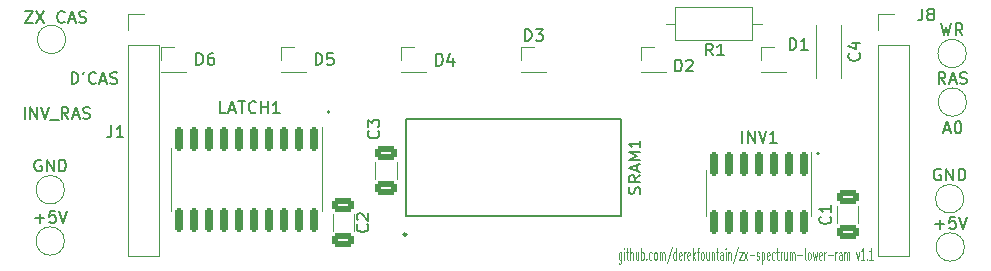
<source format=gto>
G04 #@! TF.GenerationSoftware,KiCad,Pcbnew,6.0.9-8da3e8f707~116~ubuntu20.04.1*
G04 #@! TF.CreationDate,2022-11-05T14:44:27+00:00*
G04 #@! TF.ProjectId,slrm,736c726d-2e6b-4696-9361-645f70636258,rev?*
G04 #@! TF.SameCoordinates,Original*
G04 #@! TF.FileFunction,Legend,Top*
G04 #@! TF.FilePolarity,Positive*
%FSLAX46Y46*%
G04 Gerber Fmt 4.6, Leading zero omitted, Abs format (unit mm)*
G04 Created by KiCad (PCBNEW 6.0.9-8da3e8f707~116~ubuntu20.04.1) date 2022-11-05 14:44:27*
%MOMM*%
%LPD*%
G01*
G04 APERTURE LIST*
G04 Aperture macros list*
%AMRoundRect*
0 Rectangle with rounded corners*
0 $1 Rounding radius*
0 $2 $3 $4 $5 $6 $7 $8 $9 X,Y pos of 4 corners*
0 Add a 4 corners polygon primitive as box body*
4,1,4,$2,$3,$4,$5,$6,$7,$8,$9,$2,$3,0*
0 Add four circle primitives for the rounded corners*
1,1,$1+$1,$2,$3*
1,1,$1+$1,$4,$5*
1,1,$1+$1,$6,$7*
1,1,$1+$1,$8,$9*
0 Add four rect primitives between the rounded corners*
20,1,$1+$1,$2,$3,$4,$5,0*
20,1,$1+$1,$4,$5,$6,$7,0*
20,1,$1+$1,$6,$7,$8,$9,0*
20,1,$1+$1,$8,$9,$2,$3,0*%
G04 Aperture macros list end*
%ADD10C,0.150000*%
%ADD11C,0.125000*%
%ADD12C,0.120000*%
%ADD13C,0.200000*%
%ADD14C,0.223606*%
%ADD15R,1.350000X1.350000*%
%ADD16C,2.000000*%
%ADD17C,1.600000*%
%ADD18O,0.600000X2.250000*%
%ADD19R,1.700000X1.700000*%
%ADD20O,1.700000X1.700000*%
%ADD21RoundRect,0.250000X0.650000X-0.325000X0.650000X0.325000X-0.650000X0.325000X-0.650000X-0.325000X0*%
%ADD22O,1.600000X1.600000*%
%ADD23RoundRect,0.150000X-0.150000X0.837500X-0.150000X-0.837500X0.150000X-0.837500X0.150000X0.837500X0*%
%ADD24RoundRect,0.150000X-0.150000X0.825000X-0.150000X-0.825000X0.150000X-0.825000X0.150000X0.825000X0*%
%ADD25RoundRect,0.250000X-0.650000X0.325000X-0.650000X-0.325000X0.650000X-0.325000X0.650000X0.325000X0*%
G04 APERTURE END LIST*
D10*
X135140000Y-93320000D02*
G75*
G03*
X135140000Y-93320000I-100000J0D01*
G01*
X176580000Y-96820000D02*
G75*
G03*
X176580000Y-96820000I-100000J0D01*
G01*
D11*
X159833990Y-105170314D02*
X159833990Y-105979838D01*
X159810180Y-106075076D01*
X159786371Y-106122695D01*
X159738752Y-106170314D01*
X159667323Y-106170314D01*
X159619704Y-106122695D01*
X159833990Y-105789361D02*
X159786371Y-105836980D01*
X159691133Y-105836980D01*
X159643514Y-105789361D01*
X159619704Y-105741742D01*
X159595895Y-105646504D01*
X159595895Y-105360790D01*
X159619704Y-105265552D01*
X159643514Y-105217933D01*
X159691133Y-105170314D01*
X159786371Y-105170314D01*
X159833990Y-105217933D01*
X160072085Y-105836980D02*
X160072085Y-105170314D01*
X160072085Y-104836980D02*
X160048276Y-104884600D01*
X160072085Y-104932219D01*
X160095895Y-104884600D01*
X160072085Y-104836980D01*
X160072085Y-104932219D01*
X160238752Y-105170314D02*
X160429228Y-105170314D01*
X160310180Y-104836980D02*
X160310180Y-105694123D01*
X160333990Y-105789361D01*
X160381609Y-105836980D01*
X160429228Y-105836980D01*
X160595895Y-105836980D02*
X160595895Y-104836980D01*
X160810180Y-105836980D02*
X160810180Y-105313171D01*
X160786371Y-105217933D01*
X160738752Y-105170314D01*
X160667323Y-105170314D01*
X160619704Y-105217933D01*
X160595895Y-105265552D01*
X161262561Y-105170314D02*
X161262561Y-105836980D01*
X161048276Y-105170314D02*
X161048276Y-105694123D01*
X161072085Y-105789361D01*
X161119704Y-105836980D01*
X161191133Y-105836980D01*
X161238752Y-105789361D01*
X161262561Y-105741742D01*
X161500657Y-105836980D02*
X161500657Y-104836980D01*
X161500657Y-105217933D02*
X161548276Y-105170314D01*
X161643514Y-105170314D01*
X161691133Y-105217933D01*
X161714942Y-105265552D01*
X161738752Y-105360790D01*
X161738752Y-105646504D01*
X161714942Y-105741742D01*
X161691133Y-105789361D01*
X161643514Y-105836980D01*
X161548276Y-105836980D01*
X161500657Y-105789361D01*
X161953038Y-105741742D02*
X161976847Y-105789361D01*
X161953038Y-105836980D01*
X161929228Y-105789361D01*
X161953038Y-105741742D01*
X161953038Y-105836980D01*
X162405419Y-105789361D02*
X162357800Y-105836980D01*
X162262561Y-105836980D01*
X162214942Y-105789361D01*
X162191133Y-105741742D01*
X162167323Y-105646504D01*
X162167323Y-105360790D01*
X162191133Y-105265552D01*
X162214942Y-105217933D01*
X162262561Y-105170314D01*
X162357800Y-105170314D01*
X162405419Y-105217933D01*
X162691133Y-105836980D02*
X162643514Y-105789361D01*
X162619704Y-105741742D01*
X162595895Y-105646504D01*
X162595895Y-105360790D01*
X162619704Y-105265552D01*
X162643514Y-105217933D01*
X162691133Y-105170314D01*
X162762561Y-105170314D01*
X162810180Y-105217933D01*
X162833990Y-105265552D01*
X162857800Y-105360790D01*
X162857800Y-105646504D01*
X162833990Y-105741742D01*
X162810180Y-105789361D01*
X162762561Y-105836980D01*
X162691133Y-105836980D01*
X163072085Y-105836980D02*
X163072085Y-105170314D01*
X163072085Y-105265552D02*
X163095895Y-105217933D01*
X163143514Y-105170314D01*
X163214942Y-105170314D01*
X163262561Y-105217933D01*
X163286371Y-105313171D01*
X163286371Y-105836980D01*
X163286371Y-105313171D02*
X163310180Y-105217933D01*
X163357800Y-105170314D01*
X163429228Y-105170314D01*
X163476847Y-105217933D01*
X163500657Y-105313171D01*
X163500657Y-105836980D01*
X164095895Y-104789361D02*
X163667323Y-106075076D01*
X164476847Y-105836980D02*
X164476847Y-104836980D01*
X164476847Y-105789361D02*
X164429228Y-105836980D01*
X164333990Y-105836980D01*
X164286371Y-105789361D01*
X164262561Y-105741742D01*
X164238752Y-105646504D01*
X164238752Y-105360790D01*
X164262561Y-105265552D01*
X164286371Y-105217933D01*
X164333990Y-105170314D01*
X164429228Y-105170314D01*
X164476847Y-105217933D01*
X164905419Y-105789361D02*
X164857800Y-105836980D01*
X164762561Y-105836980D01*
X164714942Y-105789361D01*
X164691133Y-105694123D01*
X164691133Y-105313171D01*
X164714942Y-105217933D01*
X164762561Y-105170314D01*
X164857800Y-105170314D01*
X164905419Y-105217933D01*
X164929228Y-105313171D01*
X164929228Y-105408409D01*
X164691133Y-105503647D01*
X165143514Y-105836980D02*
X165143514Y-105170314D01*
X165143514Y-105360790D02*
X165167323Y-105265552D01*
X165191133Y-105217933D01*
X165238752Y-105170314D01*
X165286371Y-105170314D01*
X165643514Y-105789361D02*
X165595895Y-105836980D01*
X165500657Y-105836980D01*
X165453038Y-105789361D01*
X165429228Y-105694123D01*
X165429228Y-105313171D01*
X165453038Y-105217933D01*
X165500657Y-105170314D01*
X165595895Y-105170314D01*
X165643514Y-105217933D01*
X165667323Y-105313171D01*
X165667323Y-105408409D01*
X165429228Y-105503647D01*
X165881609Y-105836980D02*
X165881609Y-104836980D01*
X165929228Y-105456028D02*
X166072085Y-105836980D01*
X166072085Y-105170314D02*
X165881609Y-105551266D01*
X166214942Y-105170314D02*
X166405419Y-105170314D01*
X166286371Y-105836980D02*
X166286371Y-104979838D01*
X166310180Y-104884600D01*
X166357800Y-104836980D01*
X166405419Y-104836980D01*
X166643514Y-105836980D02*
X166595895Y-105789361D01*
X166572085Y-105741742D01*
X166548276Y-105646504D01*
X166548276Y-105360790D01*
X166572085Y-105265552D01*
X166595895Y-105217933D01*
X166643514Y-105170314D01*
X166714942Y-105170314D01*
X166762561Y-105217933D01*
X166786371Y-105265552D01*
X166810180Y-105360790D01*
X166810180Y-105646504D01*
X166786371Y-105741742D01*
X166762561Y-105789361D01*
X166714942Y-105836980D01*
X166643514Y-105836980D01*
X167238752Y-105170314D02*
X167238752Y-105836980D01*
X167024466Y-105170314D02*
X167024466Y-105694123D01*
X167048276Y-105789361D01*
X167095895Y-105836980D01*
X167167323Y-105836980D01*
X167214942Y-105789361D01*
X167238752Y-105741742D01*
X167476847Y-105170314D02*
X167476847Y-105836980D01*
X167476847Y-105265552D02*
X167500657Y-105217933D01*
X167548276Y-105170314D01*
X167619704Y-105170314D01*
X167667323Y-105217933D01*
X167691133Y-105313171D01*
X167691133Y-105836980D01*
X167857800Y-105170314D02*
X168048276Y-105170314D01*
X167929228Y-104836980D02*
X167929228Y-105694123D01*
X167953038Y-105789361D01*
X168000657Y-105836980D01*
X168048276Y-105836980D01*
X168429228Y-105836980D02*
X168429228Y-105313171D01*
X168405419Y-105217933D01*
X168357800Y-105170314D01*
X168262561Y-105170314D01*
X168214942Y-105217933D01*
X168429228Y-105789361D02*
X168381609Y-105836980D01*
X168262561Y-105836980D01*
X168214942Y-105789361D01*
X168191133Y-105694123D01*
X168191133Y-105598885D01*
X168214942Y-105503647D01*
X168262561Y-105456028D01*
X168381609Y-105456028D01*
X168429228Y-105408409D01*
X168667323Y-105836980D02*
X168667323Y-105170314D01*
X168667323Y-104836980D02*
X168643514Y-104884600D01*
X168667323Y-104932219D01*
X168691133Y-104884600D01*
X168667323Y-104836980D01*
X168667323Y-104932219D01*
X168905419Y-105170314D02*
X168905419Y-105836980D01*
X168905419Y-105265552D02*
X168929228Y-105217933D01*
X168976847Y-105170314D01*
X169048276Y-105170314D01*
X169095895Y-105217933D01*
X169119704Y-105313171D01*
X169119704Y-105836980D01*
X169714942Y-104789361D02*
X169286371Y-106075076D01*
X169833990Y-105170314D02*
X170095895Y-105170314D01*
X169833990Y-105836980D01*
X170095895Y-105836980D01*
X170238752Y-105836980D02*
X170500657Y-105170314D01*
X170238752Y-105170314D02*
X170500657Y-105836980D01*
X170691133Y-105456028D02*
X171072085Y-105456028D01*
X171286371Y-105789361D02*
X171333990Y-105836980D01*
X171429228Y-105836980D01*
X171476847Y-105789361D01*
X171500657Y-105694123D01*
X171500657Y-105646504D01*
X171476847Y-105551266D01*
X171429228Y-105503647D01*
X171357800Y-105503647D01*
X171310180Y-105456028D01*
X171286371Y-105360790D01*
X171286371Y-105313171D01*
X171310180Y-105217933D01*
X171357800Y-105170314D01*
X171429228Y-105170314D01*
X171476847Y-105217933D01*
X171714942Y-105170314D02*
X171714942Y-106170314D01*
X171714942Y-105217933D02*
X171762561Y-105170314D01*
X171857800Y-105170314D01*
X171905419Y-105217933D01*
X171929228Y-105265552D01*
X171953038Y-105360790D01*
X171953038Y-105646504D01*
X171929228Y-105741742D01*
X171905419Y-105789361D01*
X171857800Y-105836980D01*
X171762561Y-105836980D01*
X171714942Y-105789361D01*
X172357800Y-105789361D02*
X172310180Y-105836980D01*
X172214942Y-105836980D01*
X172167323Y-105789361D01*
X172143514Y-105694123D01*
X172143514Y-105313171D01*
X172167323Y-105217933D01*
X172214942Y-105170314D01*
X172310180Y-105170314D01*
X172357800Y-105217933D01*
X172381609Y-105313171D01*
X172381609Y-105408409D01*
X172143514Y-105503647D01*
X172810180Y-105789361D02*
X172762561Y-105836980D01*
X172667323Y-105836980D01*
X172619704Y-105789361D01*
X172595895Y-105741742D01*
X172572085Y-105646504D01*
X172572085Y-105360790D01*
X172595895Y-105265552D01*
X172619704Y-105217933D01*
X172667323Y-105170314D01*
X172762561Y-105170314D01*
X172810180Y-105217933D01*
X172953038Y-105170314D02*
X173143514Y-105170314D01*
X173024466Y-104836980D02*
X173024466Y-105694123D01*
X173048276Y-105789361D01*
X173095895Y-105836980D01*
X173143514Y-105836980D01*
X173310180Y-105836980D02*
X173310180Y-105170314D01*
X173310180Y-105360790D02*
X173333990Y-105265552D01*
X173357800Y-105217933D01*
X173405419Y-105170314D01*
X173453038Y-105170314D01*
X173833990Y-105170314D02*
X173833990Y-105836980D01*
X173619704Y-105170314D02*
X173619704Y-105694123D01*
X173643514Y-105789361D01*
X173691133Y-105836980D01*
X173762561Y-105836980D01*
X173810180Y-105789361D01*
X173833990Y-105741742D01*
X174072085Y-105836980D02*
X174072085Y-105170314D01*
X174072085Y-105265552D02*
X174095895Y-105217933D01*
X174143514Y-105170314D01*
X174214942Y-105170314D01*
X174262561Y-105217933D01*
X174286371Y-105313171D01*
X174286371Y-105836980D01*
X174286371Y-105313171D02*
X174310180Y-105217933D01*
X174357800Y-105170314D01*
X174429228Y-105170314D01*
X174476847Y-105217933D01*
X174500657Y-105313171D01*
X174500657Y-105836980D01*
X174738752Y-105456028D02*
X175119704Y-105456028D01*
X175429228Y-105836980D02*
X175381609Y-105789361D01*
X175357800Y-105694123D01*
X175357800Y-104836980D01*
X175691133Y-105836980D02*
X175643514Y-105789361D01*
X175619704Y-105741742D01*
X175595895Y-105646504D01*
X175595895Y-105360790D01*
X175619704Y-105265552D01*
X175643514Y-105217933D01*
X175691133Y-105170314D01*
X175762561Y-105170314D01*
X175810180Y-105217933D01*
X175833990Y-105265552D01*
X175857800Y-105360790D01*
X175857800Y-105646504D01*
X175833990Y-105741742D01*
X175810180Y-105789361D01*
X175762561Y-105836980D01*
X175691133Y-105836980D01*
X176024466Y-105170314D02*
X176119704Y-105836980D01*
X176214942Y-105360790D01*
X176310180Y-105836980D01*
X176405419Y-105170314D01*
X176786371Y-105789361D02*
X176738752Y-105836980D01*
X176643514Y-105836980D01*
X176595895Y-105789361D01*
X176572085Y-105694123D01*
X176572085Y-105313171D01*
X176595895Y-105217933D01*
X176643514Y-105170314D01*
X176738752Y-105170314D01*
X176786371Y-105217933D01*
X176810180Y-105313171D01*
X176810180Y-105408409D01*
X176572085Y-105503647D01*
X177024466Y-105836980D02*
X177024466Y-105170314D01*
X177024466Y-105360790D02*
X177048276Y-105265552D01*
X177072085Y-105217933D01*
X177119704Y-105170314D01*
X177167323Y-105170314D01*
X177333990Y-105456028D02*
X177714942Y-105456028D01*
X177953038Y-105836980D02*
X177953038Y-105170314D01*
X177953038Y-105360790D02*
X177976847Y-105265552D01*
X178000657Y-105217933D01*
X178048276Y-105170314D01*
X178095895Y-105170314D01*
X178476847Y-105836980D02*
X178476847Y-105313171D01*
X178453038Y-105217933D01*
X178405419Y-105170314D01*
X178310180Y-105170314D01*
X178262561Y-105217933D01*
X178476847Y-105789361D02*
X178429228Y-105836980D01*
X178310180Y-105836980D01*
X178262561Y-105789361D01*
X178238752Y-105694123D01*
X178238752Y-105598885D01*
X178262561Y-105503647D01*
X178310180Y-105456028D01*
X178429228Y-105456028D01*
X178476847Y-105408409D01*
X178714942Y-105836980D02*
X178714942Y-105170314D01*
X178714942Y-105265552D02*
X178738752Y-105217933D01*
X178786371Y-105170314D01*
X178857800Y-105170314D01*
X178905419Y-105217933D01*
X178929228Y-105313171D01*
X178929228Y-105836980D01*
X178929228Y-105313171D02*
X178953038Y-105217933D01*
X179000657Y-105170314D01*
X179072085Y-105170314D01*
X179119704Y-105217933D01*
X179143514Y-105313171D01*
X179143514Y-105836980D01*
X179714942Y-105170314D02*
X179833990Y-105836980D01*
X179953038Y-105170314D01*
X180405419Y-105836980D02*
X180119704Y-105836980D01*
X180262561Y-105836980D02*
X180262561Y-104836980D01*
X180214942Y-104979838D01*
X180167323Y-105075076D01*
X180119704Y-105122695D01*
X180619704Y-105741742D02*
X180643514Y-105789361D01*
X180619704Y-105836980D01*
X180595895Y-105789361D01*
X180619704Y-105741742D01*
X180619704Y-105836980D01*
X181119704Y-105836980D02*
X180833990Y-105836980D01*
X180976847Y-105836980D02*
X180976847Y-104836980D01*
X180929228Y-104979838D01*
X180881609Y-105075076D01*
X180833990Y-105122695D01*
D10*
X109301304Y-93898980D02*
X109301304Y-92898980D01*
X109777495Y-93898980D02*
X109777495Y-92898980D01*
X110348923Y-93898980D01*
X110348923Y-92898980D01*
X110682257Y-92898980D02*
X111015590Y-93898980D01*
X111348923Y-92898980D01*
X111444161Y-93994219D02*
X112206066Y-93994219D01*
X113015590Y-93898980D02*
X112682257Y-93422790D01*
X112444161Y-93898980D02*
X112444161Y-92898980D01*
X112825114Y-92898980D01*
X112920352Y-92946600D01*
X112967971Y-92994219D01*
X113015590Y-93089457D01*
X113015590Y-93232314D01*
X112967971Y-93327552D01*
X112920352Y-93375171D01*
X112825114Y-93422790D01*
X112444161Y-93422790D01*
X113396542Y-93613266D02*
X113872733Y-93613266D01*
X113301304Y-93898980D02*
X113634638Y-92898980D01*
X113967971Y-93898980D01*
X114253685Y-93851361D02*
X114396542Y-93898980D01*
X114634638Y-93898980D01*
X114729876Y-93851361D01*
X114777495Y-93803742D01*
X114825114Y-93708504D01*
X114825114Y-93613266D01*
X114777495Y-93518028D01*
X114729876Y-93470409D01*
X114634638Y-93422790D01*
X114444161Y-93375171D01*
X114348923Y-93327552D01*
X114301304Y-93279933D01*
X114253685Y-93184695D01*
X114253685Y-93089457D01*
X114301304Y-92994219D01*
X114348923Y-92946600D01*
X114444161Y-92898980D01*
X114682257Y-92898980D01*
X114825114Y-92946600D01*
X113295238Y-90942380D02*
X113295238Y-89942380D01*
X113533333Y-89942380D01*
X113676190Y-89990000D01*
X113771428Y-90085238D01*
X113819047Y-90180476D01*
X113866666Y-90370952D01*
X113866666Y-90513809D01*
X113819047Y-90704285D01*
X113771428Y-90799523D01*
X113676190Y-90894761D01*
X113533333Y-90942380D01*
X113295238Y-90942380D01*
X114342857Y-89942380D02*
X114247619Y-90132857D01*
X115342857Y-90847142D02*
X115295238Y-90894761D01*
X115152380Y-90942380D01*
X115057142Y-90942380D01*
X114914285Y-90894761D01*
X114819047Y-90799523D01*
X114771428Y-90704285D01*
X114723809Y-90513809D01*
X114723809Y-90370952D01*
X114771428Y-90180476D01*
X114819047Y-90085238D01*
X114914285Y-89990000D01*
X115057142Y-89942380D01*
X115152380Y-89942380D01*
X115295238Y-89990000D01*
X115342857Y-90037619D01*
X115723809Y-90656666D02*
X116200000Y-90656666D01*
X115628571Y-90942380D02*
X115961904Y-89942380D01*
X116295238Y-90942380D01*
X116580952Y-90894761D02*
X116723809Y-90942380D01*
X116961904Y-90942380D01*
X117057142Y-90894761D01*
X117104761Y-90847142D01*
X117152380Y-90751904D01*
X117152380Y-90656666D01*
X117104761Y-90561428D01*
X117057142Y-90513809D01*
X116961904Y-90466190D01*
X116771428Y-90418571D01*
X116676190Y-90370952D01*
X116628571Y-90323333D01*
X116580952Y-90228095D01*
X116580952Y-90132857D01*
X116628571Y-90037619D01*
X116676190Y-89990000D01*
X116771428Y-89942380D01*
X117009523Y-89942380D01*
X117152380Y-89990000D01*
X187194914Y-94832466D02*
X187671104Y-94832466D01*
X187099676Y-95118180D02*
X187433009Y-94118180D01*
X187766342Y-95118180D01*
X188290152Y-94118180D02*
X188385390Y-94118180D01*
X188480628Y-94165800D01*
X188528247Y-94213419D01*
X188575866Y-94308657D01*
X188623485Y-94499133D01*
X188623485Y-94737228D01*
X188575866Y-94927704D01*
X188528247Y-95022942D01*
X188480628Y-95070561D01*
X188385390Y-95118180D01*
X188290152Y-95118180D01*
X188194914Y-95070561D01*
X188147295Y-95022942D01*
X188099676Y-94927704D01*
X188052057Y-94737228D01*
X188052057Y-94499133D01*
X188099676Y-94308657D01*
X188147295Y-94213419D01*
X188194914Y-94165800D01*
X188290152Y-94118180D01*
X123861904Y-89322380D02*
X123861904Y-88322380D01*
X124100000Y-88322380D01*
X124242857Y-88370000D01*
X124338095Y-88465238D01*
X124385714Y-88560476D01*
X124433333Y-88750952D01*
X124433333Y-88893809D01*
X124385714Y-89084285D01*
X124338095Y-89179523D01*
X124242857Y-89274761D01*
X124100000Y-89322380D01*
X123861904Y-89322380D01*
X125290476Y-88322380D02*
X125100000Y-88322380D01*
X125004761Y-88370000D01*
X124957142Y-88417619D01*
X124861904Y-88560476D01*
X124814285Y-88750952D01*
X124814285Y-89131904D01*
X124861904Y-89227142D01*
X124909523Y-89274761D01*
X125004761Y-89322380D01*
X125195238Y-89322380D01*
X125290476Y-89274761D01*
X125338095Y-89227142D01*
X125385714Y-89131904D01*
X125385714Y-88893809D01*
X125338095Y-88798571D01*
X125290476Y-88750952D01*
X125195238Y-88703333D01*
X125004761Y-88703333D01*
X124909523Y-88750952D01*
X124861904Y-88798571D01*
X124814285Y-88893809D01*
X164381904Y-89872380D02*
X164381904Y-88872380D01*
X164620000Y-88872380D01*
X164762857Y-88920000D01*
X164858095Y-89015238D01*
X164905714Y-89110476D01*
X164953333Y-89300952D01*
X164953333Y-89443809D01*
X164905714Y-89634285D01*
X164858095Y-89729523D01*
X164762857Y-89824761D01*
X164620000Y-89872380D01*
X164381904Y-89872380D01*
X165334285Y-88967619D02*
X165381904Y-88920000D01*
X165477142Y-88872380D01*
X165715238Y-88872380D01*
X165810476Y-88920000D01*
X165858095Y-88967619D01*
X165905714Y-89062857D01*
X165905714Y-89158095D01*
X165858095Y-89300952D01*
X165286666Y-89872380D01*
X165905714Y-89872380D01*
X186867895Y-98162200D02*
X186772657Y-98114580D01*
X186629800Y-98114580D01*
X186486942Y-98162200D01*
X186391704Y-98257438D01*
X186344085Y-98352676D01*
X186296466Y-98543152D01*
X186296466Y-98686009D01*
X186344085Y-98876485D01*
X186391704Y-98971723D01*
X186486942Y-99066961D01*
X186629800Y-99114580D01*
X186725038Y-99114580D01*
X186867895Y-99066961D01*
X186915514Y-99019342D01*
X186915514Y-98686009D01*
X186725038Y-98686009D01*
X187344085Y-99114580D02*
X187344085Y-98114580D01*
X187915514Y-99114580D01*
X187915514Y-98114580D01*
X188391704Y-99114580D02*
X188391704Y-98114580D01*
X188629800Y-98114580D01*
X188772657Y-98162200D01*
X188867895Y-98257438D01*
X188915514Y-98352676D01*
X188963133Y-98543152D01*
X188963133Y-98686009D01*
X188915514Y-98876485D01*
X188867895Y-98971723D01*
X188772657Y-99066961D01*
X188629800Y-99114580D01*
X188391704Y-99114580D01*
X110194885Y-102315028D02*
X110956790Y-102315028D01*
X110575838Y-102695980D02*
X110575838Y-101934076D01*
X111909171Y-101695980D02*
X111432980Y-101695980D01*
X111385361Y-102172171D01*
X111432980Y-102124552D01*
X111528219Y-102076933D01*
X111766314Y-102076933D01*
X111861552Y-102124552D01*
X111909171Y-102172171D01*
X111956790Y-102267409D01*
X111956790Y-102505504D01*
X111909171Y-102600742D01*
X111861552Y-102648361D01*
X111766314Y-102695980D01*
X111528219Y-102695980D01*
X111432980Y-102648361D01*
X111385361Y-102600742D01*
X112242504Y-101695980D02*
X112575838Y-102695980D01*
X112909171Y-101695980D01*
X179957142Y-88356666D02*
X180004761Y-88404285D01*
X180052380Y-88547142D01*
X180052380Y-88642380D01*
X180004761Y-88785238D01*
X179909523Y-88880476D01*
X179814285Y-88928095D01*
X179623809Y-88975714D01*
X179480952Y-88975714D01*
X179290476Y-88928095D01*
X179195238Y-88880476D01*
X179100000Y-88785238D01*
X179052380Y-88642380D01*
X179052380Y-88547142D01*
X179100000Y-88404285D01*
X179147619Y-88356666D01*
X179385714Y-87499523D02*
X180052380Y-87499523D01*
X179004761Y-87737619D02*
X179719047Y-87975714D01*
X179719047Y-87356666D01*
X144151904Y-89382380D02*
X144151904Y-88382380D01*
X144390000Y-88382380D01*
X144532857Y-88430000D01*
X144628095Y-88525238D01*
X144675714Y-88620476D01*
X144723333Y-88810952D01*
X144723333Y-88953809D01*
X144675714Y-89144285D01*
X144628095Y-89239523D01*
X144532857Y-89334761D01*
X144390000Y-89382380D01*
X144151904Y-89382380D01*
X145580476Y-88715714D02*
X145580476Y-89382380D01*
X145342380Y-88334761D02*
X145104285Y-89049047D01*
X145723333Y-89049047D01*
X110718695Y-97400200D02*
X110623457Y-97352580D01*
X110480600Y-97352580D01*
X110337742Y-97400200D01*
X110242504Y-97495438D01*
X110194885Y-97590676D01*
X110147266Y-97781152D01*
X110147266Y-97924009D01*
X110194885Y-98114485D01*
X110242504Y-98209723D01*
X110337742Y-98304961D01*
X110480600Y-98352580D01*
X110575838Y-98352580D01*
X110718695Y-98304961D01*
X110766314Y-98257342D01*
X110766314Y-97924009D01*
X110575838Y-97924009D01*
X111194885Y-98352580D02*
X111194885Y-97352580D01*
X111766314Y-98352580D01*
X111766314Y-97352580D01*
X112242504Y-98352580D02*
X112242504Y-97352580D01*
X112480600Y-97352580D01*
X112623457Y-97400200D01*
X112718695Y-97495438D01*
X112766314Y-97590676D01*
X112813933Y-97781152D01*
X112813933Y-97924009D01*
X112766314Y-98114485D01*
X112718695Y-98209723D01*
X112623457Y-98304961D01*
X112480600Y-98352580D01*
X112242504Y-98352580D01*
X161405316Y-100265003D02*
X161453000Y-100121950D01*
X161453000Y-99883529D01*
X161405316Y-99788160D01*
X161357632Y-99740476D01*
X161262263Y-99692792D01*
X161166895Y-99692792D01*
X161071526Y-99740476D01*
X161023842Y-99788160D01*
X160976157Y-99883529D01*
X160928473Y-100074266D01*
X160880789Y-100169635D01*
X160833105Y-100217319D01*
X160737736Y-100265003D01*
X160642367Y-100265003D01*
X160546999Y-100217319D01*
X160499315Y-100169635D01*
X160451630Y-100074266D01*
X160451630Y-99835845D01*
X160499315Y-99692792D01*
X161453000Y-98691422D02*
X160976157Y-99025212D01*
X161453000Y-99263633D02*
X160451630Y-99263633D01*
X160451630Y-98882159D01*
X160499315Y-98786790D01*
X160546999Y-98739106D01*
X160642367Y-98691422D01*
X160785420Y-98691422D01*
X160880789Y-98739106D01*
X160928473Y-98786790D01*
X160976157Y-98882159D01*
X160976157Y-99263633D01*
X161166895Y-98309947D02*
X161166895Y-97833105D01*
X161453000Y-98405316D02*
X160451630Y-98071526D01*
X161453000Y-97737736D01*
X161453000Y-97403946D02*
X160451630Y-97403946D01*
X161166895Y-97070156D01*
X160451630Y-96736366D01*
X161453000Y-96736366D01*
X161453000Y-95734996D02*
X161453000Y-96307207D01*
X161453000Y-96021102D02*
X160451630Y-96021102D01*
X160594683Y-96116470D01*
X160690052Y-96211839D01*
X160737736Y-96307207D01*
X109354761Y-84762380D02*
X110021428Y-84762380D01*
X109354761Y-85762380D01*
X110021428Y-85762380D01*
X110307142Y-84762380D02*
X110973809Y-85762380D01*
X110973809Y-84762380D02*
X110307142Y-85762380D01*
X112688095Y-85667142D02*
X112640476Y-85714761D01*
X112497619Y-85762380D01*
X112402380Y-85762380D01*
X112259523Y-85714761D01*
X112164285Y-85619523D01*
X112116666Y-85524285D01*
X112069047Y-85333809D01*
X112069047Y-85190952D01*
X112116666Y-85000476D01*
X112164285Y-84905238D01*
X112259523Y-84810000D01*
X112402380Y-84762380D01*
X112497619Y-84762380D01*
X112640476Y-84810000D01*
X112688095Y-84857619D01*
X113069047Y-85476666D02*
X113545238Y-85476666D01*
X112973809Y-85762380D02*
X113307142Y-84762380D01*
X113640476Y-85762380D01*
X113926190Y-85714761D02*
X114069047Y-85762380D01*
X114307142Y-85762380D01*
X114402380Y-85714761D01*
X114450000Y-85667142D01*
X114497619Y-85571904D01*
X114497619Y-85476666D01*
X114450000Y-85381428D01*
X114402380Y-85333809D01*
X114307142Y-85286190D01*
X114116666Y-85238571D01*
X114021428Y-85190952D01*
X113973809Y-85143333D01*
X113926190Y-85048095D01*
X113926190Y-84952857D01*
X113973809Y-84857619D01*
X114021428Y-84810000D01*
X114116666Y-84762380D01*
X114354761Y-84762380D01*
X114497619Y-84810000D01*
X116666666Y-94452380D02*
X116666666Y-95166666D01*
X116619047Y-95309523D01*
X116523809Y-95404761D01*
X116380952Y-95452380D01*
X116285714Y-95452380D01*
X117666666Y-95452380D02*
X117095238Y-95452380D01*
X117380952Y-95452380D02*
X117380952Y-94452380D01*
X117285714Y-94595238D01*
X117190476Y-94690476D01*
X117095238Y-94738095D01*
X177507142Y-102166666D02*
X177554761Y-102214285D01*
X177602380Y-102357142D01*
X177602380Y-102452380D01*
X177554761Y-102595238D01*
X177459523Y-102690476D01*
X177364285Y-102738095D01*
X177173809Y-102785714D01*
X177030952Y-102785714D01*
X176840476Y-102738095D01*
X176745238Y-102690476D01*
X176650000Y-102595238D01*
X176602380Y-102452380D01*
X176602380Y-102357142D01*
X176650000Y-102214285D01*
X176697619Y-102166666D01*
X177602380Y-101214285D02*
X177602380Y-101785714D01*
X177602380Y-101500000D02*
X176602380Y-101500000D01*
X176745238Y-101595238D01*
X176840476Y-101690476D01*
X176888095Y-101785714D01*
X167573333Y-88522380D02*
X167240000Y-88046190D01*
X167001904Y-88522380D02*
X167001904Y-87522380D01*
X167382857Y-87522380D01*
X167478095Y-87570000D01*
X167525714Y-87617619D01*
X167573333Y-87712857D01*
X167573333Y-87855714D01*
X167525714Y-87950952D01*
X167478095Y-87998571D01*
X167382857Y-88046190D01*
X167001904Y-88046190D01*
X168525714Y-88522380D02*
X167954285Y-88522380D01*
X168240000Y-88522380D02*
X168240000Y-87522380D01*
X168144761Y-87665238D01*
X168049523Y-87760476D01*
X167954285Y-87808095D01*
X138316968Y-102841666D02*
X138364587Y-102889285D01*
X138412206Y-103032142D01*
X138412206Y-103127380D01*
X138364587Y-103270238D01*
X138269349Y-103365476D01*
X138174111Y-103413095D01*
X137983635Y-103460714D01*
X137840778Y-103460714D01*
X137650302Y-103413095D01*
X137555064Y-103365476D01*
X137459826Y-103270238D01*
X137412206Y-103127380D01*
X137412206Y-103032142D01*
X137459826Y-102889285D01*
X137507445Y-102841666D01*
X137507445Y-102460714D02*
X137459826Y-102413095D01*
X137412206Y-102317857D01*
X137412206Y-102079761D01*
X137459826Y-101984523D01*
X137507445Y-101936904D01*
X137602683Y-101889285D01*
X137697921Y-101889285D01*
X137840778Y-101936904D01*
X138412206Y-102508333D01*
X138412206Y-101889285D01*
X185315266Y-84567780D02*
X185315266Y-85282066D01*
X185267647Y-85424923D01*
X185172409Y-85520161D01*
X185029552Y-85567780D01*
X184934314Y-85567780D01*
X185934314Y-84996352D02*
X185839076Y-84948733D01*
X185791457Y-84901114D01*
X185743838Y-84805876D01*
X185743838Y-84758257D01*
X185791457Y-84663019D01*
X185839076Y-84615400D01*
X185934314Y-84567780D01*
X186124790Y-84567780D01*
X186220028Y-84615400D01*
X186267647Y-84663019D01*
X186315266Y-84758257D01*
X186315266Y-84805876D01*
X186267647Y-84901114D01*
X186220028Y-84948733D01*
X186124790Y-84996352D01*
X185934314Y-84996352D01*
X185839076Y-85043971D01*
X185791457Y-85091590D01*
X185743838Y-85186828D01*
X185743838Y-85377304D01*
X185791457Y-85472542D01*
X185839076Y-85520161D01*
X185934314Y-85567780D01*
X186124790Y-85567780D01*
X186220028Y-85520161D01*
X186267647Y-85472542D01*
X186315266Y-85377304D01*
X186315266Y-85186828D01*
X186267647Y-85091590D01*
X186220028Y-85043971D01*
X186124790Y-84996352D01*
X133941904Y-89342380D02*
X133941904Y-88342380D01*
X134180000Y-88342380D01*
X134322857Y-88390000D01*
X134418095Y-88485238D01*
X134465714Y-88580476D01*
X134513333Y-88770952D01*
X134513333Y-88913809D01*
X134465714Y-89104285D01*
X134418095Y-89199523D01*
X134322857Y-89294761D01*
X134180000Y-89342380D01*
X133941904Y-89342380D01*
X135418095Y-88342380D02*
X134941904Y-88342380D01*
X134894285Y-88818571D01*
X134941904Y-88770952D01*
X135037142Y-88723333D01*
X135275238Y-88723333D01*
X135370476Y-88770952D01*
X135418095Y-88818571D01*
X135465714Y-88913809D01*
X135465714Y-89151904D01*
X135418095Y-89247142D01*
X135370476Y-89294761D01*
X135275238Y-89342380D01*
X135037142Y-89342380D01*
X134941904Y-89294761D01*
X134894285Y-89247142D01*
X174091904Y-88062380D02*
X174091904Y-87062380D01*
X174330000Y-87062380D01*
X174472857Y-87110000D01*
X174568095Y-87205238D01*
X174615714Y-87300476D01*
X174663333Y-87490952D01*
X174663333Y-87633809D01*
X174615714Y-87824285D01*
X174568095Y-87919523D01*
X174472857Y-88014761D01*
X174330000Y-88062380D01*
X174091904Y-88062380D01*
X175615714Y-88062380D02*
X175044285Y-88062380D01*
X175330000Y-88062380D02*
X175330000Y-87062380D01*
X175234761Y-87205238D01*
X175139523Y-87300476D01*
X175044285Y-87348095D01*
X186394885Y-102823028D02*
X187156790Y-102823028D01*
X186775838Y-103203980D02*
X186775838Y-102442076D01*
X188109171Y-102203980D02*
X187632980Y-102203980D01*
X187585361Y-102680171D01*
X187632980Y-102632552D01*
X187728219Y-102584933D01*
X187966314Y-102584933D01*
X188061552Y-102632552D01*
X188109171Y-102680171D01*
X188156790Y-102775409D01*
X188156790Y-103013504D01*
X188109171Y-103108742D01*
X188061552Y-103156361D01*
X187966314Y-103203980D01*
X187728219Y-103203980D01*
X187632980Y-103156361D01*
X187585361Y-103108742D01*
X188442504Y-102203980D02*
X188775838Y-103203980D01*
X189109171Y-102203980D01*
X126371600Y-93416380D02*
X125895409Y-93416380D01*
X125895409Y-92416380D01*
X126657314Y-93130666D02*
X127133504Y-93130666D01*
X126562076Y-93416380D02*
X126895409Y-92416380D01*
X127228742Y-93416380D01*
X127419219Y-92416380D02*
X127990647Y-92416380D01*
X127704933Y-93416380D02*
X127704933Y-92416380D01*
X128895409Y-93321142D02*
X128847790Y-93368761D01*
X128704933Y-93416380D01*
X128609695Y-93416380D01*
X128466838Y-93368761D01*
X128371600Y-93273523D01*
X128323980Y-93178285D01*
X128276361Y-92987809D01*
X128276361Y-92844952D01*
X128323980Y-92654476D01*
X128371600Y-92559238D01*
X128466838Y-92464000D01*
X128609695Y-92416380D01*
X128704933Y-92416380D01*
X128847790Y-92464000D01*
X128895409Y-92511619D01*
X129323980Y-93416380D02*
X129323980Y-92416380D01*
X129323980Y-92892571D02*
X129895409Y-92892571D01*
X129895409Y-93416380D02*
X129895409Y-92416380D01*
X130895409Y-93416380D02*
X130323980Y-93416380D01*
X130609695Y-93416380D02*
X130609695Y-92416380D01*
X130514457Y-92559238D01*
X130419219Y-92654476D01*
X130323980Y-92702095D01*
X170072228Y-95930980D02*
X170072228Y-94930980D01*
X170548419Y-95930980D02*
X170548419Y-94930980D01*
X171119847Y-95930980D01*
X171119847Y-94930980D01*
X171453180Y-94930980D02*
X171786514Y-95930980D01*
X172119847Y-94930980D01*
X172976990Y-95930980D02*
X172405561Y-95930980D01*
X172691276Y-95930980D02*
X172691276Y-94930980D01*
X172596038Y-95073838D01*
X172500800Y-95169076D01*
X172405561Y-95216695D01*
X187263161Y-90935780D02*
X186929828Y-90459590D01*
X186691733Y-90935780D02*
X186691733Y-89935780D01*
X187072685Y-89935780D01*
X187167923Y-89983400D01*
X187215542Y-90031019D01*
X187263161Y-90126257D01*
X187263161Y-90269114D01*
X187215542Y-90364352D01*
X187167923Y-90411971D01*
X187072685Y-90459590D01*
X186691733Y-90459590D01*
X187644114Y-90650066D02*
X188120304Y-90650066D01*
X187548876Y-90935780D02*
X187882209Y-89935780D01*
X188215542Y-90935780D01*
X188501257Y-90888161D02*
X188644114Y-90935780D01*
X188882209Y-90935780D01*
X188977447Y-90888161D01*
X189025066Y-90840542D01*
X189072685Y-90745304D01*
X189072685Y-90650066D01*
X189025066Y-90554828D01*
X188977447Y-90507209D01*
X188882209Y-90459590D01*
X188691733Y-90411971D01*
X188596495Y-90364352D01*
X188548876Y-90316733D01*
X188501257Y-90221495D01*
X188501257Y-90126257D01*
X188548876Y-90031019D01*
X188596495Y-89983400D01*
X188691733Y-89935780D01*
X188929828Y-89935780D01*
X189072685Y-89983400D01*
X151661904Y-87292380D02*
X151661904Y-86292380D01*
X151900000Y-86292380D01*
X152042857Y-86340000D01*
X152138095Y-86435238D01*
X152185714Y-86530476D01*
X152233333Y-86720952D01*
X152233333Y-86863809D01*
X152185714Y-87054285D01*
X152138095Y-87149523D01*
X152042857Y-87244761D01*
X151900000Y-87292380D01*
X151661904Y-87292380D01*
X152566666Y-86292380D02*
X153185714Y-86292380D01*
X152852380Y-86673333D01*
X152995238Y-86673333D01*
X153090476Y-86720952D01*
X153138095Y-86768571D01*
X153185714Y-86863809D01*
X153185714Y-87101904D01*
X153138095Y-87197142D01*
X153090476Y-87244761D01*
X152995238Y-87292380D01*
X152709523Y-87292380D01*
X152614285Y-87244761D01*
X152566666Y-87197142D01*
X139257142Y-94906249D02*
X139304761Y-94953868D01*
X139352380Y-95096725D01*
X139352380Y-95191963D01*
X139304761Y-95334821D01*
X139209523Y-95430059D01*
X139114285Y-95477678D01*
X138923809Y-95525297D01*
X138780952Y-95525297D01*
X138590476Y-95477678D01*
X138495238Y-95430059D01*
X138400000Y-95334821D01*
X138352380Y-95191963D01*
X138352380Y-95096725D01*
X138400000Y-94953868D01*
X138447619Y-94906249D01*
X138352380Y-94572916D02*
X138352380Y-93953868D01*
X138733333Y-94287202D01*
X138733333Y-94144344D01*
X138780952Y-94049106D01*
X138828571Y-94001487D01*
X138923809Y-93953868D01*
X139161904Y-93953868D01*
X139257142Y-94001487D01*
X139304761Y-94049106D01*
X139352380Y-94144344D01*
X139352380Y-94430059D01*
X139304761Y-94525297D01*
X139257142Y-94572916D01*
X186904428Y-85820980D02*
X187142523Y-86820980D01*
X187333000Y-86106695D01*
X187523476Y-86820980D01*
X187761571Y-85820980D01*
X188713952Y-86820980D02*
X188380619Y-86344790D01*
X188142523Y-86820980D02*
X188142523Y-85820980D01*
X188523476Y-85820980D01*
X188618714Y-85868600D01*
X188666333Y-85916219D01*
X188713952Y-86011457D01*
X188713952Y-86154314D01*
X188666333Y-86249552D01*
X188618714Y-86297171D01*
X188523476Y-86344790D01*
X188142523Y-86344790D01*
D12*
X120860000Y-88900000D02*
X120860000Y-87840000D01*
X122980000Y-89900000D02*
X122980000Y-89960000D01*
X120860000Y-89900000D02*
X120860000Y-89960000D01*
X120860000Y-87840000D02*
X121920000Y-87840000D01*
X120860000Y-89960000D02*
X122980000Y-89960000D01*
X120860000Y-89900000D02*
X122980000Y-89900000D01*
X161500000Y-89900000D02*
X163620000Y-89900000D01*
X161500000Y-89960000D02*
X163620000Y-89960000D01*
X161500000Y-87840000D02*
X162560000Y-87840000D01*
X161500000Y-89900000D02*
X161500000Y-89960000D01*
X161500000Y-88900000D02*
X161500000Y-87840000D01*
X163620000Y-89900000D02*
X163620000Y-89960000D01*
X188829800Y-100660200D02*
G75*
G03*
X188829800Y-100660200I-1200000J0D01*
G01*
X112680600Y-104241600D02*
G75*
G03*
X112680600Y-104241600I-1200000J0D01*
G01*
X178470000Y-85920000D02*
X178455000Y-85920000D01*
X178470000Y-85920000D02*
X178470000Y-90460000D01*
X176345000Y-85920000D02*
X176330000Y-85920000D01*
X176330000Y-85920000D02*
X176330000Y-90460000D01*
X178470000Y-90460000D02*
X178455000Y-90460000D01*
X176345000Y-90460000D02*
X176330000Y-90460000D01*
X141180000Y-89900000D02*
X143300000Y-89900000D01*
X141180000Y-88900000D02*
X141180000Y-87840000D01*
X141180000Y-87840000D02*
X142240000Y-87840000D01*
X141180000Y-89900000D02*
X141180000Y-89960000D01*
X141180000Y-89960000D02*
X143300000Y-89960000D01*
X143300000Y-89900000D02*
X143300000Y-89960000D01*
X112680600Y-99898200D02*
G75*
G03*
X112680600Y-99898200I-1200000J0D01*
G01*
D13*
X141618809Y-93900000D02*
X159818809Y-93900000D01*
X159818809Y-93900000D02*
X159818809Y-102100000D01*
X141618809Y-102100000D02*
X141618809Y-93900000D01*
X159818809Y-102100000D02*
X141618809Y-102100000D01*
D14*
X141630612Y-103700000D02*
G75*
G03*
X141630612Y-103700000I-111803J0D01*
G01*
D12*
X112782200Y-87172800D02*
G75*
G03*
X112782200Y-87172800I-1200000J0D01*
G01*
X118050000Y-86360000D02*
X118050000Y-85030000D01*
X118050000Y-105470000D02*
X120710000Y-105470000D01*
X120710000Y-87630000D02*
X120710000Y-105470000D01*
X118050000Y-87630000D02*
X118050000Y-105470000D01*
X118050000Y-85030000D02*
X119380000Y-85030000D01*
X118050000Y-87630000D02*
X120710000Y-87630000D01*
X178090000Y-102711252D02*
X178090000Y-101288748D01*
X179910000Y-102711252D02*
X179910000Y-101288748D01*
X164395400Y-84456600D02*
X164395400Y-87196600D01*
X170935400Y-87196600D02*
X170935400Y-84456600D01*
X171705400Y-85826600D02*
X170935400Y-85826600D01*
X163625400Y-85826600D02*
X164395400Y-85826600D01*
X170935400Y-84456600D02*
X164395400Y-84456600D01*
X164395400Y-87196600D02*
X170935400Y-87196600D01*
X137210000Y-103386252D02*
X137210000Y-101963748D01*
X135390000Y-103386252D02*
X135390000Y-101963748D01*
X181550000Y-86360000D02*
X181550000Y-85030000D01*
X181550000Y-87630000D02*
X181550000Y-105470000D01*
X184210000Y-87630000D02*
X184210000Y-105470000D01*
X181550000Y-87630000D02*
X184210000Y-87630000D01*
X181550000Y-105470000D02*
X184210000Y-105470000D01*
X181550000Y-85030000D02*
X182880000Y-85030000D01*
X133140000Y-89900000D02*
X133140000Y-89960000D01*
X131020000Y-89960000D02*
X133140000Y-89960000D01*
X131020000Y-87840000D02*
X132080000Y-87840000D01*
X131020000Y-89900000D02*
X131020000Y-89960000D01*
X131020000Y-88900000D02*
X131020000Y-87840000D01*
X131020000Y-89900000D02*
X133140000Y-89900000D01*
X171660000Y-89960000D02*
X173780000Y-89960000D01*
X171660000Y-88900000D02*
X171660000Y-87840000D01*
X171660000Y-87840000D02*
X172720000Y-87840000D01*
X171660000Y-89900000D02*
X171660000Y-89960000D01*
X171660000Y-89900000D02*
X173780000Y-89900000D01*
X173780000Y-89900000D02*
X173780000Y-89960000D01*
X188880600Y-104749600D02*
G75*
G03*
X188880600Y-104749600I-1200000J0D01*
G01*
X121690000Y-99040000D02*
X121690000Y-96390000D01*
X134510000Y-99040000D02*
X134510000Y-101690000D01*
X134510000Y-99040000D02*
X134510000Y-94590000D01*
X121690000Y-99040000D02*
X121690000Y-101690000D01*
X175910000Y-100190000D02*
X175910000Y-102140000D01*
X167040000Y-100190000D02*
X167040000Y-98240000D01*
X167040000Y-100190000D02*
X167040000Y-102140000D01*
X175910000Y-100190000D02*
X175910000Y-96740000D01*
X189058400Y-92481400D02*
G75*
G03*
X189058400Y-92481400I-1200000J0D01*
G01*
X151340000Y-89960000D02*
X153460000Y-89960000D01*
X151340000Y-88900000D02*
X151340000Y-87840000D01*
X153460000Y-89900000D02*
X153460000Y-89960000D01*
X151340000Y-89900000D02*
X153460000Y-89900000D01*
X151340000Y-89900000D02*
X151340000Y-89960000D01*
X151340000Y-87840000D02*
X152400000Y-87840000D01*
X140810000Y-97553331D02*
X140810000Y-98975835D01*
X138990000Y-97553331D02*
X138990000Y-98975835D01*
X189033000Y-88366600D02*
G75*
G03*
X189033000Y-88366600I-1200000J0D01*
G01*
%LPC*%
D15*
X121920000Y-88900000D03*
X162560000Y-88900000D03*
D16*
X187629800Y-100660200D03*
X111480600Y-104241600D03*
D17*
X177400000Y-85690000D03*
X177400000Y-90690000D03*
D15*
X142240000Y-88900000D03*
D16*
X111480600Y-99898200D03*
D18*
X142493809Y-103550000D03*
X143763809Y-103550000D03*
X145033809Y-103550000D03*
X146303809Y-103550000D03*
X147573809Y-103550000D03*
X148843809Y-103550000D03*
X150113809Y-103550000D03*
X151383809Y-103550000D03*
X152653809Y-103550000D03*
X153923809Y-103550000D03*
X155193809Y-103550000D03*
X156463809Y-103550000D03*
X157733809Y-103550000D03*
X159003809Y-103550000D03*
X158943809Y-92450000D03*
X157673809Y-92450000D03*
X156403809Y-92450000D03*
X155133809Y-92450000D03*
X153863809Y-92450000D03*
X152593809Y-92450000D03*
X151323809Y-92450000D03*
X150053809Y-92450000D03*
X148783809Y-92450000D03*
X147513809Y-92450000D03*
X146243809Y-92450000D03*
X144973809Y-92450000D03*
X143703809Y-92450000D03*
X142433809Y-92450000D03*
D16*
X111480600Y-95427800D03*
X111582200Y-87172800D03*
D19*
X119380000Y-86360000D03*
D20*
X119380000Y-88900000D03*
X119380000Y-91440000D03*
X119380000Y-93980000D03*
X119380000Y-96520000D03*
X119380000Y-99060000D03*
X119380000Y-101600000D03*
X119380000Y-104140000D03*
D21*
X179000000Y-103475000D03*
X179000000Y-100525000D03*
D17*
X162585400Y-85826600D03*
D22*
X172745400Y-85826600D03*
D21*
X136300000Y-104150000D03*
X136300000Y-101200000D03*
D19*
X182880000Y-86360000D03*
D20*
X182880000Y-88900000D03*
X182880000Y-91440000D03*
X182880000Y-93980000D03*
X182880000Y-96520000D03*
X182880000Y-99060000D03*
X182880000Y-101600000D03*
X182880000Y-104140000D03*
D15*
X132080000Y-88900000D03*
X172720000Y-88900000D03*
D16*
X187680600Y-104749600D03*
D23*
X133815000Y-95577500D03*
X132545000Y-95577500D03*
X131275000Y-95577500D03*
X130005000Y-95577500D03*
X128735000Y-95577500D03*
X127465000Y-95577500D03*
X126195000Y-95577500D03*
X124925000Y-95577500D03*
X123655000Y-95577500D03*
X122385000Y-95577500D03*
X122385000Y-102502500D03*
X123655000Y-102502500D03*
X124925000Y-102502500D03*
X126195000Y-102502500D03*
X127465000Y-102502500D03*
X128735000Y-102502500D03*
X130005000Y-102502500D03*
X131275000Y-102502500D03*
X132545000Y-102502500D03*
X133815000Y-102502500D03*
D16*
X187807600Y-96545400D03*
D24*
X175285000Y-97715000D03*
X174015000Y-97715000D03*
X172745000Y-97715000D03*
X171475000Y-97715000D03*
X170205000Y-97715000D03*
X168935000Y-97715000D03*
X167665000Y-97715000D03*
X167665000Y-102665000D03*
X168935000Y-102665000D03*
X170205000Y-102665000D03*
X171475000Y-102665000D03*
X172745000Y-102665000D03*
X174015000Y-102665000D03*
X175285000Y-102665000D03*
D16*
X187858400Y-92481400D03*
X111600000Y-90410000D03*
D15*
X152400000Y-88900000D03*
D25*
X139900000Y-96789583D03*
X139900000Y-99739583D03*
D16*
X187833000Y-88366600D03*
M02*

</source>
